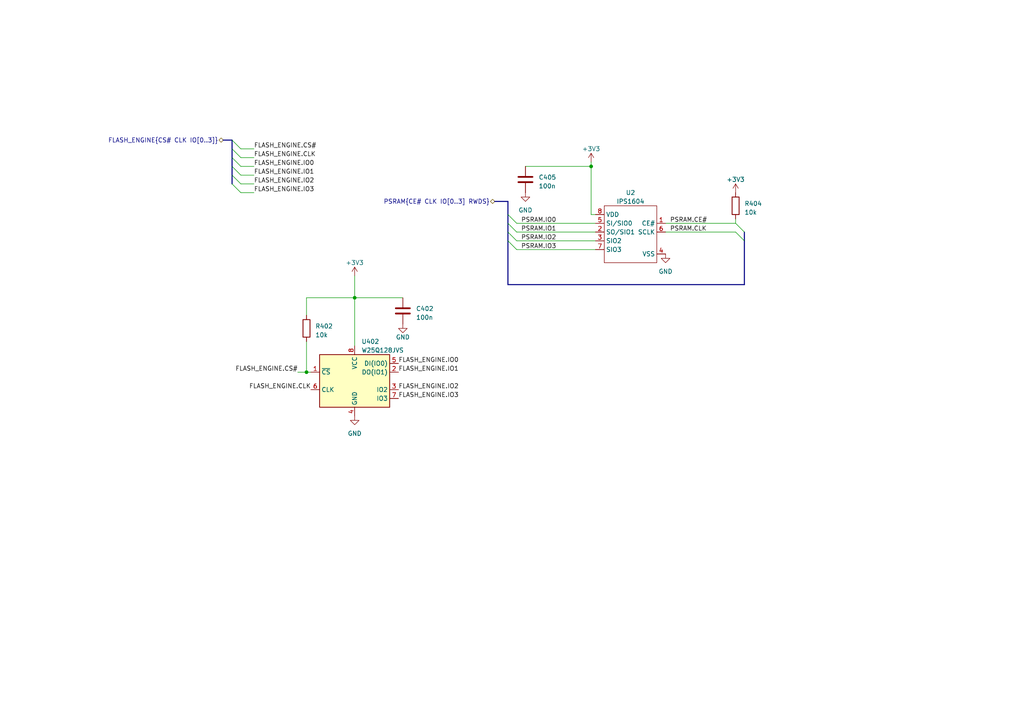
<source format=kicad_sch>
(kicad_sch (version 20221206) (generator eeschema)
  (paper "A4")
  (lib_symbols
    (symbol "Device:C" (pin_numbers hide) (pin_names (offset 0.254))
      (property "Reference" "C" (at 0.635 2.54 0))
      (property "Value" "C" (at 0.635 -2.54 0))
      (symbol "C_0_1"
        (polyline (pts (xy -2.032 -0.762) (xy 2.032 -0.762)) (stroke (width 0.508)))
        (polyline (pts (xy -2.032 0.762) (xy 2.032 0.762)) (stroke (width 0.508)))
      )
      (symbol "C_1_1"
        (pin passive line (at 0 3.81 270) (length 2.794) (name "~") (number "1"))
        (pin passive line (at 0 -3.81 90) (length 2.794) (name "~") (number "2"))
      )
    )
    (symbol "Device:R" (pin_numbers hide) (pin_names (offset 0))
      (property "Reference" "R" (at 2.032 0 90))
      (property "Value" "R" (at 0 0 90))
      (symbol "R_0_1"
        (rectangle (start -1.016 -2.54) (end 1.016 2.54) (stroke (width 0.254)))
      )
      (symbol "R_1_1"
        (pin passive line (at 0 3.81 270) (length 1.27) (name "~") (number "1"))
        (pin passive line (at 0 -3.81 90) (length 1.27) (name "~") (number "2"))
      )
    )
    (symbol "Memory_Flash:W25Q128JVS"
      (property "Reference" "U" (at -8.89 8.89 0))
      (property "Value" "W25Q128JVS" (at 7.62 8.89 0))
      (symbol "W25Q128JVS_0_1"
        (rectangle (start -10.16 7.62) (end 10.16 -7.62) (stroke (width 0.254)) (fill (type background)))
      )
      (symbol "W25Q128JVS_1_1"
        (pin input line (at -12.7 2.54 0) (length 2.54) (name "~{CS}") (number "1"))
        (pin bidirectional line (at 12.7 2.54 180) (length 2.54) (name "DO(IO1)") (number "2"))
        (pin bidirectional line (at 12.7 -2.54 180) (length 2.54) (name "IO2") (number "3"))
        (pin power_in line (at 0 -10.16 90) (length 2.54) (name "GND") (number "4"))
        (pin bidirectional line (at 12.7 5.08 180) (length 2.54) (name "DI(IO0)") (number "5"))
        (pin input line (at -12.7 -2.54 0) (length 2.54) (name "CLK") (number "6"))
        (pin bidirectional line (at 12.7 -5.08 180) (length 2.54) (name "IO3") (number "7"))
        (pin power_in line (at 0 10.16 270) (length 2.54) (name "VCC") (number "8"))
      )
    )
    (symbol "ips1604:IPS1604"
      (property "Reference" "U" (at 0 0 0))
      (property "Value" "IPS1604" (at 0 0 0))
      (symbol "IPS1604_0_1"
        (rectangle (start -7.62 -1.27) (end 7.62 -17.78))
      )
      (symbol "IPS1604_1_1"
        (pin input line (at 10.16 -6.35 180) (length 2.54) (name "CE#") (number "1"))
        (pin bidirectional line (at -10.16 -8.89 0) (length 2.54) (name "SO/SIO1") (number "2"))
        (pin bidirectional line (at -10.16 -11.43 0) (length 2.54) (name "SIO2") (number "3"))
        (pin power_in line (at 10.16 -15.24 180) (length 2.54) (name "VSS") (number "4"))
        (pin bidirectional line (at -10.16 -6.35 0) (length 2.54) (name "SI/SIO0") (number "5"))
        (pin input line (at 10.16 -8.89 180) (length 2.54) (name "SCLK") (number "6"))
        (pin bidirectional line (at -10.16 -13.97 0) (length 2.54) (name "SIO3") (number "7"))
        (pin power_in line (at -10.16 -3.81 0) (length 2.54) (name "VDD") (number "8"))
      )
    )
    (symbol "power:+3V3" (power) (pin_names (offset 0))
      (property "Value" "+3V3" (at 0 3.556 0))
      (symbol "+3V3_0_1"
        (polyline (pts (xy -0.762 1.27) (xy 0 2.54)))
        (polyline (pts (xy 0 0) (xy 0 2.54)))
        (polyline (pts (xy 0 2.54) (xy 0.762 1.27)))
      )
      (symbol "+3V3_1_1"
        (pin power_in line (at 0 0 90) (length 0) hide (name "+3V3") (number "1"))
      )
    )
    (symbol "power:GND" (power) (pin_names (offset 0))
      (property "Value" "GND" (at 0 -3.81 0))
      (symbol "GND_0_1"
        (polyline (pts (xy 0 0) (xy 0 -1.27) (xy 1.27 -1.27) (xy 0 -2.54) (xy -1.27 -1.27) (xy 0 -1.27)))
      )
      (symbol "GND_1_1"
        (pin power_in line (at 0 0 270) (length 0) hide (name "GND") (number "1"))
      )
    )
  )
  (junction (at 102.87 86.36))
  (junction (at 171.45 48.26))
  (junction (at 88.9 107.95))
  (bus_entry (at 213.36 67.31) (size 2.54 2.54))
  (bus_entry (at 67.31 53.34) (size 2.54 2.54))
  (bus_entry (at 67.31 40.64) (size 2.54 2.54))
  (bus_entry (at 147.32 67.31) (size 2.54 2.54))
  (bus_entry (at 67.31 48.26) (size 2.54 2.54))
  (bus_entry (at 147.32 64.77) (size 2.54 2.54))
  (bus_entry (at 213.36 64.77) (size 2.54 2.54))
  (bus_entry (at 67.31 50.8) (size 2.54 2.54))
  (bus_entry (at 67.31 43.18) (size 2.54 2.54))
  (bus_entry (at 147.32 62.23) (size 2.54 2.54))
  (bus_entry (at 67.31 45.72) (size 2.54 2.54))
  (bus_entry (at 147.32 69.85) (size 2.54 2.54))
  (bus (pts (xy 215.9 82.55) (xy 147.32 82.55)))
  (wire (pts (xy 86.36 107.95) (xy 88.9 107.95)))
  (wire (pts (xy 69.85 53.34) (xy 73.66 53.34)))
  (wire (pts (xy 149.86 64.77) (xy 172.72 64.77)))
  (bus (pts (xy 147.32 64.77) (xy 147.32 67.31)))
  (bus (pts (xy 143.51 58.42) (xy 147.32 58.42)))
  (wire (pts (xy 171.45 62.23) (xy 172.72 62.23)))
  (wire (pts (xy 171.45 48.26) (xy 171.45 62.23)))
  (wire (pts (xy 88.9 86.36) (xy 102.87 86.36)))
  (wire (pts (xy 149.86 72.39) (xy 172.72 72.39)))
  (wire (pts (xy 88.9 99.06) (xy 88.9 107.95)))
  (wire (pts (xy 171.45 46.99) (xy 171.45 48.26)))
  (bus (pts (xy 147.32 69.85) (xy 147.32 82.55)))
  (wire (pts (xy 213.36 63.5) (xy 213.36 64.77)))
  (wire (pts (xy 149.86 67.31) (xy 172.72 67.31)))
  (wire (pts (xy 88.9 107.95) (xy 90.17 107.95)))
  (wire (pts (xy 152.4 48.26) (xy 171.45 48.26)))
  (wire (pts (xy 149.86 69.85) (xy 172.72 69.85)))
  (bus (pts (xy 67.31 45.72) (xy 67.31 48.26)))
  (bus (pts (xy 215.9 67.31) (xy 215.9 69.85)))
  (bus (pts (xy 67.31 40.64) (xy 67.31 43.18)))
  (bus (pts (xy 147.32 62.23) (xy 147.32 64.77)))
  (wire (pts (xy 69.85 45.72) (xy 73.66 45.72)))
  (wire (pts (xy 102.87 86.36) (xy 102.87 100.33)))
  (bus (pts (xy 64.77 40.64) (xy 67.31 40.64)))
  (bus (pts (xy 67.31 48.26) (xy 67.31 50.8)))
  (bus (pts (xy 67.31 43.18) (xy 67.31 45.72)))
  (wire (pts (xy 102.87 86.36) (xy 116.84 86.36)))
  (wire (pts (xy 69.85 50.8) (xy 73.66 50.8)))
  (bus (pts (xy 67.31 50.8) (xy 67.31 53.34)))
  (wire (pts (xy 69.85 43.18) (xy 73.66 43.18)))
  (wire (pts (xy 69.85 55.88) (xy 73.66 55.88)))
  (bus (pts (xy 215.9 69.85) (xy 215.9 82.55)))
  (wire (pts (xy 88.9 91.44) (xy 88.9 86.36)))
  (wire (pts (xy 193.04 64.77) (xy 213.36 64.77)))
  (wire (pts (xy 69.85 48.26) (xy 73.66 48.26)))
  (wire (pts (xy 193.04 67.31) (xy 213.36 67.31)))
  (bus (pts (xy 147.32 67.31) (xy 147.32 69.85)))
  (bus (pts (xy 147.32 58.42) (xy 147.32 62.23)))
  (wire (pts (xy 102.87 80.01) (xy 102.87 86.36)))
  (label "FLASH_ENGINE.IO0" (at 73.66 48.26 0))
  (label "PSRAM.IO0" (at 151.13 64.77 0))
  (label "FLASH_ENGINE.IO2" (at 73.66 53.34 0))
  (label "FLASH_ENGINE.IO2" (at 115.57 113.03 0))
  (label "PSRAM.CLK" (at 194.31 67.31 0))
  (label "FLASH_ENGINE.IO3" (at 73.66 55.88 0))
  (label "PSRAM.IO1" (at 151.13 67.31 0))
  (label "FLASH_ENGINE.CS#" (at 86.36 107.95 180))
  (label "FLASH_ENGINE.CLK" (at 73.66 45.72 0))
  (label "FLASH_ENGINE.IO1" (at 73.66 50.8 0))
  (label "FLASH_ENGINE.CLK" (at 90.17 113.03 180))
  (label "PSRAM.IO3" (at 151.13 72.39 0))
  (label "PSRAM.IO2" (at 151.13 69.85 0))
  (label "FLASH_ENGINE.CS#" (at 73.66 43.18 0))
  (label "FLASH_ENGINE.IO0" (at 115.57 105.41 0))
  (label "FLASH_ENGINE.IO1" (at 115.57 107.95 0))
  (label "FLASH_ENGINE.IO3" (at 115.57 115.57 0))
  (label "PSRAM.CE#" (at 194.31 64.77 0))
  (hierarchical_label "PSRAM{CE# CLK IO[0..3] RWDS}" (shape bidirectional) (at 143.51 58.42 180))
  (hierarchical_label "FLASH_ENGINE{CS# CLK IO[0..3]}" (shape bidirectional) (at 64.77 40.64 180))
  (symbol (lib_id "Device:C") (at 152.4 52.07 0) (unit 1)
    (property "Reference" "C405" (at 156.21 51.435 0) (effects (justify left)))
    (property "Value" "100n" (at 156.21 53.975 0) (effects (justify left)))
    (property "Footprint" "Capacitor_SMD:C_0402_1005Metric_Pad0.74x0.62mm_HandSolder" (effects hide))
    (instances (project "gpu_extension" (path "" (reference "C405") (unit 1)) (path "" (reference "C409") (unit 1))))
  )
  (symbol (lib_id "power:GND") (at 152.4 55.88 0) (unit 1)
    (property "Reference" "#PWR0123" (effects hide))
    (property "Value" "GND" (at 152.4 60.96 0))
    (instances (project "gpu_extension" (path "" (reference "#PWR0123") (unit 1)) (path "" (reference "#PWR0122") (unit 1))))
  )
  (symbol (lib_id "Device:R") (at 213.36 59.69 0) (unit 1)
    (property "Reference" "R404" (at 215.9 59.055 0) (effects (justify left)))
    (property "Value" "10k" (at 215.9 61.595 0) (effects (justify left)))
    (property "Footprint" "Resistor_SMD:R_0402_1005Metric_Pad0.72x0.64mm_HandSolder" (effects hide))
    (instances (project "gpu_extension" (path "" (reference "R404") (unit 1)) (path "" (reference "R405") (unit 1))))
  )
  (symbol (lib_id "power:GND") (at 116.84 93.98 0) (unit 1)
    (property "Reference" "#PWR0120" (effects hide))
    (property "Value" "GND" (at 116.84 97.79 0))
    (instances (project "gpu_extension" (path "" (reference "#PWR0120") (unit 1)) (path "" (reference "#PWR0152") (unit 1))))
  )
  (symbol (lib_id "Device:C") (at 116.84 90.17 0) (unit 1)
    (property "Reference" "C402" (at 120.65 89.535 0) (effects (justify left)))
    (property "Value" "100n" (at 120.65 92.075 0) (effects (justify left)))
    (property "Footprint" "Capacitor_SMD:C_0402_1005Metric_Pad0.74x0.62mm_HandSolder" (effects hide))
    (instances (project "gpu_extension" (path "" (reference "C402") (unit 1)) (path "" (reference "C403") (unit 1))))
  )
  (symbol (lib_id "Memory_Flash:W25Q128JVS") (at 102.87 110.49 0) (unit 1)
    (property "Reference" "U402" (at 104.8259 99.06 0) (effects (justify left)))
    (property "Value" "W25Q128JVS" (at 104.8259 101.6 0) (effects (justify left)))
    (property "Footprint" "Package_SO:SOIC-8_5.23x5.23mm_P1.27mm" (effects hide))
    (property "Datasheet" "http://www.winbond.com/resource-files/w25q128jv_dtr%20revc%2003272018%20plus.pdf" (effects hide))
    (instances (project "gpu_extension" (path "" (reference "U402") (unit 1)) (path "" (reference "U403") (unit 1))))
  )
  (symbol (lib_id "power:+3V3") (at 213.36 55.88 0) (unit 1)
    (property "Reference" "#PWR0124" (effects hide))
    (property "Value" "+3V3" (at 213.36 52.07 0))
  )
  (symbol (lib_id "power:+3V3") (at 102.87 80.01 0) (unit 1)
    (property "Reference" "#PWR0119" (effects hide))
    (property "Value" "+3V3" (at 102.87 76.2 0))
    (instances (project "gpu_extension" (path "" (reference "#PWR0119") (unit 1)) (path "" (reference "#PWR0151") (unit 1))))
  )
  (symbol (lib_id "ips1604:IPS1604") (at 182.88 58.42 0) (unit 1)
    (property "Reference" "U2" (at 182.88 55.88 0))
    (property "Value" "IPS1604" (at 182.88 58.42 0))
    (property "Footprint" "Package_SO:SOP-8_3.9x4.9mm_P1.27mm" (effects hide))
    (property "Datasheet" "http://platform.digiic.com/Docs/Product/IPS6404L-SQ-SPN/IPUS%2064Mbit%20SQPI%20PSRAM%20.pdf" (effects hide))
  )
  (symbol (lib_id "Device:R") (at 88.9 95.25 0) (unit 1)
    (property "Reference" "R402" (at 91.44 94.615 0) (effects (justify left)))
    (property "Value" "10k" (at 91.44 97.155 0) (effects (justify left)))
    (property "Footprint" "Resistor_SMD:R_0402_1005Metric_Pad0.72x0.64mm_HandSolder" (effects hide))
    (instances (project "gpu_extension" (path "" (reference "R402") (unit 1)) (path "" (reference "R403") (unit 1))))
  )
  (symbol (lib_id "power:GND") (at 102.87 120.65 0) (unit 1)
    (property "Reference" "#PWR0121" (effects hide))
    (property "Value" "GND" (at 102.87 125.73 0))
    (instances (project "gpu_extension" (path "" (reference "#PWR0121") (unit 1)) (path "" (reference "#PWR0153") (unit 1))))
  )
  (symbol (lib_id "power:GND") (at 193.04 73.66 0) (unit 1)
    (property "Reference" "#PWR0123" (effects hide))
    (property "Value" "GND" (at 193.04 78.74 0))
  )
  (symbol (lib_id "power:+3V3") (at 171.45 46.99 0) (unit 1)
    (property "Reference" "#PWR0124" (effects hide))
    (property "Value" "+3V3" (at 171.45 43.18 0))
    (instances (project "gpu_extension" (path "" (reference "#PWR0124") (unit 1)) (path "" (reference "#PWR0139") (unit 1))))
  )
)
</source>
